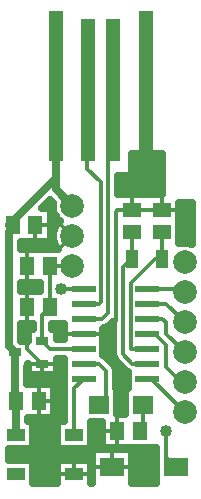
<source format=gbr>
G04 DipTrace 3.0.0.2*
G04 Top.gbr*
%MOIN*%
G04 #@! TF.FileFunction,Copper,L1,Top*
G04 #@! TF.Part,Single*
G04 #@! TA.AperFunction,Conductor*
%ADD13C,0.025984*%
G04 #@! TA.AperFunction,CopperBalancing*
%ADD14C,0.012992*%
%ADD15C,0.025*%
%ADD16R,0.051181X0.059055*%
%ADD17R,0.059055X0.051181*%
%ADD18R,0.068898X0.059055*%
G04 #@! TA.AperFunction,ComponentPad*
%ADD19C,0.07874*%
%ADD21R,0.07874X0.062992*%
%ADD23R,0.059055X0.03937*%
%ADD24R,0.07874X0.023622*%
%ADD26R,0.041339X0.025591*%
%ADD27R,0.05X0.475*%
%ADD28R,0.05X0.5*%
%ADD29R,0.03937X0.061024*%
G04 #@! TA.AperFunction,ViaPad*
%ADD30C,0.04*%
%FSLAX26Y26*%
G04*
G70*
G90*
G75*
G01*
G04 Top*
%LPD*%
X453150Y868602D2*
D13*
X431201Y890551D1*
Y1268701D1*
X443898Y1281398D1*
Y1293701D1*
X431201D1*
X587402Y1449902D1*
Y1755701D1*
X456201Y593701D2*
Y706004D1*
X456398Y706201D1*
X453150Y709449D1*
Y868602D1*
X643701Y1356201D2*
X587402Y1412500D1*
Y1755701D1*
X681102Y931201D2*
D14*
X743701D1*
X787450Y974950D1*
Y1337450D1*
X793701Y1343701D1*
X843701D1*
X543701Y831201D2*
X493701Y881201D1*
Y1018701D1*
X843701Y1343701D2*
X943701D1*
X893701Y831201D2*
X843701D1*
X812450Y862451D1*
Y1152312D1*
X841339Y1181201D1*
X843701Y1183563D1*
Y1268898D1*
X893701Y881201D2*
X837450D1*
Y1099950D1*
X918701Y1181201D1*
X943701D1*
Y1268898D1*
X681102Y1031201D2*
X731201D1*
X737450Y1037450D1*
Y1437451D1*
X693701Y1481201D1*
Y1742000D1*
X695402Y1743701D1*
X681102Y981201D2*
X743701D1*
X762450Y999950D1*
Y1726749D1*
X779402Y1743701D1*
X893701Y981201D2*
X943701D1*
X956201Y968701D1*
Y931201D1*
X1018701Y868701D1*
X956201Y606201D2*
Y518799D1*
X987500Y487500D1*
X681102Y831201D2*
X731201D1*
X756201Y806201D1*
Y718701D1*
X731201Y693701D1*
X878839D2*
Y616535D1*
X868504Y606201D1*
X649114Y593701D2*
Y749213D1*
X681102Y781201D1*
X893701D2*
X906201D1*
X1018701Y668701D1*
X893701Y931201D2*
X918701D1*
X956201Y893701D1*
Y818701D1*
X1006201Y768701D1*
X1018701D1*
X893701Y1031201D2*
X956201D1*
X1018701Y968701D1*
X893701Y1081201D2*
X1006201D1*
X1018701Y1068701D1*
X681102Y1081201D2*
X606201D1*
X568504Y1156201D2*
Y1018701D1*
X543701Y993898D1*
Y906004D1*
X568504Y881201D1*
X681102D1*
X643701Y1156201D2*
X568504D1*
D30*
X956201Y606201D3*
X606201Y1081201D3*
X556201Y531201D3*
X893701Y1468701D3*
X481201Y956201D3*
X768701Y931201D3*
X846184Y1506332D2*
D15*
X940988D1*
X846184Y1481463D2*
X940843D1*
X846184Y1456594D2*
X940696D1*
X797942Y1431726D2*
X940550D1*
X797942Y1406857D2*
X940354D1*
X552923Y1357119D2*
X575364D1*
X1002239D2*
X1040207D1*
X1002239Y1332251D2*
X1040207D1*
X573283Y1307382D2*
X596995D1*
X1002239D2*
X1040207D1*
X1002239Y1282513D2*
X1040207D1*
X1002239Y1257644D2*
X1040207D1*
X473186Y1232776D2*
X579660D1*
X473186Y1083563D2*
X533030D1*
X473186Y959219D2*
X508226D1*
X579192D2*
X612718D1*
X473186Y934350D2*
X494016D1*
X593352D2*
X612718D1*
X749455D2*
X776975D1*
X473186Y909482D2*
X494016D1*
X749455D2*
X776975D1*
X749455Y884613D2*
X776975D1*
X750236Y859744D2*
X777072D1*
X593352Y834875D2*
X612718D1*
X776652D2*
X790862D1*
X593352Y810007D2*
X612718D1*
X791448D2*
X815744D1*
X495110Y785138D2*
X612718D1*
X791692D2*
X825315D1*
X585783Y760269D2*
X612718D1*
X791692D2*
X825315D1*
X585783Y735400D2*
X613644D1*
X794622D2*
X815403D1*
X585783Y710531D2*
X613644D1*
X794622D2*
X815403D1*
X585783Y685663D2*
X613644D1*
X794622D2*
X815403D1*
X585783Y660794D2*
X613644D1*
X514739Y635925D2*
X590598D1*
X707610D2*
X739134D1*
X514739Y611056D2*
X590598D1*
X707610D2*
X739134D1*
X514739Y586188D2*
X590598D1*
X707610D2*
X739134D1*
X514739Y561319D2*
X590598D1*
X707610D2*
X739134D1*
X434685Y536450D2*
X706516D1*
X843255D2*
X919163D1*
X434685Y511581D2*
X706516D1*
X843255D2*
X919163D1*
X514739Y486713D2*
X590598D1*
X843255D2*
X919163D1*
X514739Y461844D2*
X590598D1*
X843255D2*
X919163D1*
X514739Y436975D2*
X590598D1*
X843255D2*
X919163D1*
X492623Y762220D2*
X583283D1*
Y650181D1*
X495639D1*
X495685Y639841D1*
X512220Y639878D1*
Y547524D1*
X432192D1*
X432185Y509953D1*
X512220Y509957D1*
Y432173D1*
X593073Y432185D1*
X593094Y509957D1*
X705134D1*
Y432173D1*
X708992Y432185D1*
X709039Y545488D1*
X840764D1*
Y432177D1*
X921686Y432185D1*
X921638Y545488D1*
X923249D1*
X920587Y550181D1*
X741618D1*
Y637690D1*
X705178Y637681D1*
X705134Y547524D1*
X593094D1*
Y639878D1*
X616093D1*
X616126Y742870D1*
X615240Y742898D1*
Y848219D1*
X590862Y847988D1*
Y791913D1*
X496539D1*
Y829306D1*
X492634Y818602D1*
Y762206D1*
X508480Y762172D1*
X795425Y1395783D2*
X942828D1*
X943626Y1531217D1*
X843701Y1531201D1*
X843547Y1466745D1*
X842339Y1463026D1*
X840039Y1459862D1*
X836875Y1457563D1*
X833156Y1456354D1*
X818701Y1456201D1*
X795409D1*
X795438Y1395744D1*
X999720Y1367727D2*
Y1231772D1*
X1008398Y1233752D1*
X1018701Y1234563D1*
X1029004Y1233752D1*
X1039054Y1231340D1*
X1042711Y1229990D1*
X1042717Y1367717D1*
X999699D1*
X543034Y1349720D2*
X570783D1*
Y1237681D1*
X470639D1*
X470685Y1212206D1*
X594693Y1212220D1*
X589283Y1219098D1*
X584298Y1227756D1*
X580678Y1237068D1*
X578510Y1246820D1*
X577841Y1256789D1*
X578688Y1266743D1*
X581030Y1276455D1*
X584815Y1285701D1*
X589954Y1294268D1*
X596329Y1301959D1*
X600835Y1306189D1*
X593619Y1313427D1*
X587545Y1321787D1*
X582852Y1330996D1*
X579659Y1340825D1*
X578042Y1351033D1*
Y1361369D1*
X578538Y1365562D1*
X568722Y1375341D1*
X543056Y1349718D1*
X470671Y1074720D2*
X535534D1*
X535516Y1100196D1*
X470676Y1100181D1*
X470685Y1074706D1*
X510735Y962681D2*
X470676D1*
X470685Y907909D1*
X496554Y907890D1*
X496539Y945291D1*
X510748D1*
X510713Y962693D1*
X615265Y962681D2*
X576690D1*
X576689Y945314D1*
X590862Y945291D1*
Y914188D1*
X615232Y914189D1*
X615240Y962673D1*
X789173Y749720D2*
X792142D1*
Y662172D1*
X817898Y662220D1*
Y749720D1*
X827810D1*
X827839Y802322D1*
X822277Y806117D1*
X789123Y839125D1*
X784323Y845215D1*
X781076Y852257D1*
X779563Y859864D1*
X779462Y970312D1*
X765125Y956117D1*
X758677Y951808D1*
X751402Y949123D1*
X748470Y948572D1*
X746965Y947004D1*
Y860177D1*
X752625Y856285D1*
X781285Y827625D1*
X785593Y821177D1*
X788277Y813902D1*
X789189Y806201D1*
X789176Y805867D1*
X789189Y749706D1*
X531201Y762172D2*
D14*
Y650230D1*
Y706201D2*
X583235D1*
X843701Y1395735D2*
Y1343701D1*
X943701Y1395735D2*
Y1343701D1*
X999672D1*
X518701Y1293701D2*
Y1237730D1*
Y1293701D2*
X570735D1*
X493701Y1074672D2*
Y962730D1*
Y1212172D2*
Y1100230D1*
X793701Y662172D2*
Y550230D1*
X741667Y606201D2*
X793701D1*
X774902Y545440D2*
Y487500D1*
X709088D2*
X840715D1*
X649114Y509908D2*
Y463780D1*
X593143D2*
X705085D1*
X615289Y931201D2*
X746916D1*
X543701Y831201D2*
Y791962D1*
X496588Y831201D2*
X590814D1*
X597164Y1302738D2*
X643701Y1256201D1*
X597164Y1209664D1*
D16*
X531201Y706201D3*
X456398D3*
D17*
X843701Y1343701D3*
Y1268898D3*
X943701Y1343701D3*
Y1268898D3*
D16*
X518701Y1293701D3*
X443898D3*
X493701Y1018701D3*
X568504D3*
X493701Y1156201D3*
X568504D3*
D18*
X731201Y693701D3*
X878839D3*
D19*
X1018701Y668701D3*
Y768701D3*
Y868701D3*
Y968701D3*
Y1068701D3*
Y1168701D3*
X643701Y1156201D3*
Y1256201D3*
Y1356201D3*
D16*
X793701Y606201D3*
X868504D3*
D21*
X987500Y487500D3*
X774902D3*
D23*
X456201Y593701D3*
Y463780D3*
X649114D3*
Y593701D3*
D24*
X893701Y781201D3*
Y831201D3*
Y881201D3*
Y931201D3*
Y981201D3*
Y1031201D3*
Y1081201D3*
X681102D3*
Y1031201D3*
Y981201D3*
Y931201D3*
Y881201D3*
Y831201D3*
Y781201D3*
D26*
X543701Y831201D3*
Y906004D3*
X453150Y868602D3*
D27*
X779402Y1743701D3*
D28*
X587402Y1755701D3*
X887402D3*
D27*
X695402Y1743701D3*
D29*
X943701Y1181201D3*
X841339D3*
M02*

</source>
